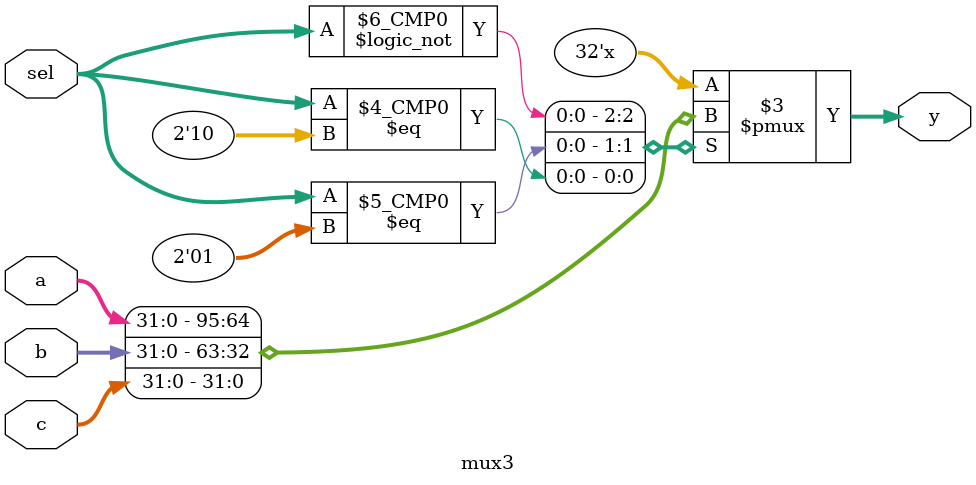
<source format=v>
module mux3(sel, a, b, c, y);
parameter bitwidth=32;
input [1:0] sel;
input [bitwidth-1:0] a, b, c;
output [bitwidth-1:0] y;
reg [bitwidth-1:0] y;

always @(sel or a or b or c)
begin
case (sel)
2'b00 : y = a;
2'b01 : y = b;
2'b10 : y = c;
endcase
end
endmodule

</source>
